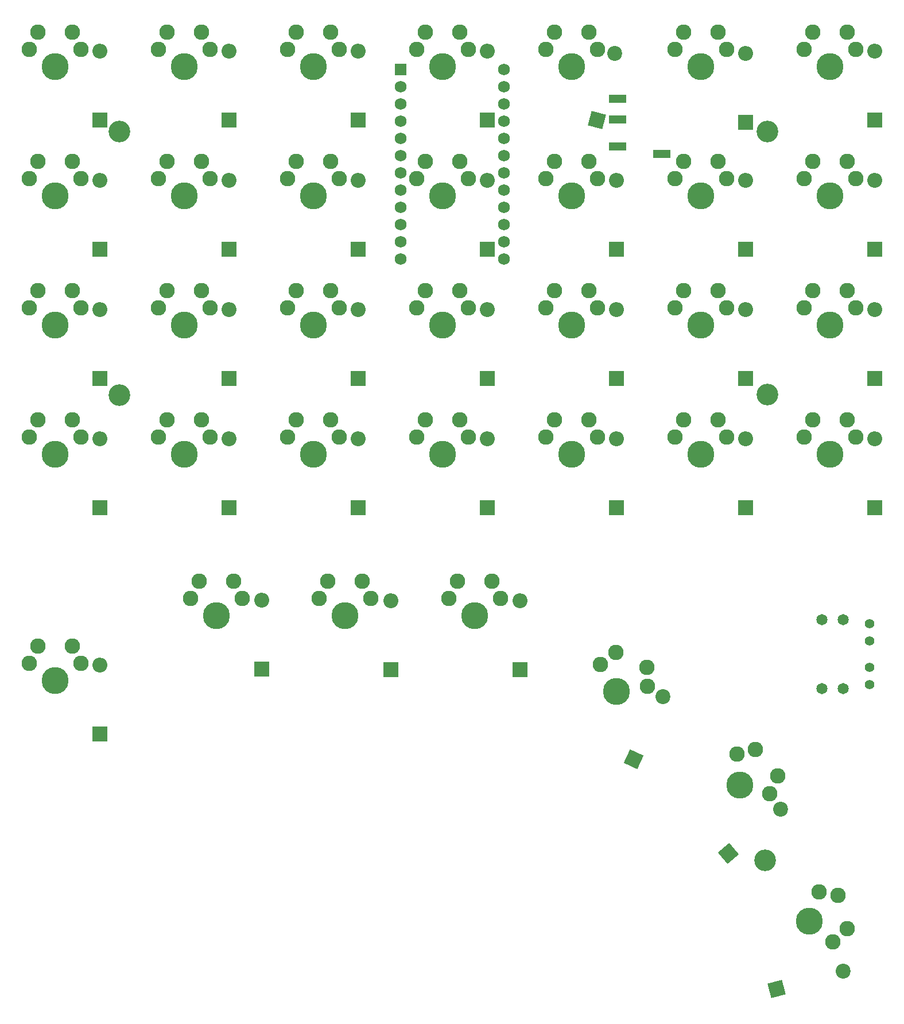
<source format=gbs>
%TF.GenerationSoftware,KiCad,Pcbnew,7.0.1*%
%TF.CreationDate,2023-04-06T15:27:56+10:00*%
%TF.ProjectId,genesys,67656e65-7379-4732-9e6b-696361645f70,rev?*%
%TF.SameCoordinates,Original*%
%TF.FileFunction,Soldermask,Bot*%
%TF.FilePolarity,Negative*%
%FSLAX46Y46*%
G04 Gerber Fmt 4.6, Leading zero omitted, Abs format (unit mm)*
G04 Created by KiCad (PCBNEW 7.0.1) date 2023-04-06 15:27:56*
%MOMM*%
%LPD*%
G01*
G04 APERTURE LIST*
G04 Aperture macros list*
%AMHorizOval*
0 Thick line with rounded ends*
0 $1 width*
0 $2 $3 position (X,Y) of the first rounded end (center of the circle)*
0 $4 $5 position (X,Y) of the second rounded end (center of the circle)*
0 Add line between two ends*
20,1,$1,$2,$3,$4,$5,0*
0 Add two circle primitives to create the rounded ends*
1,1,$1,$2,$3*
1,1,$1,$4,$5*%
%AMRotRect*
0 Rectangle, with rotation*
0 The origin of the aperture is its center*
0 $1 length*
0 $2 width*
0 $3 Rotation angle, in degrees counterclockwise*
0 Add horizontal line*
21,1,$1,$2,0,0,$3*%
G04 Aperture macros list end*
%ADD10C,1.651000*%
%ADD11C,1.400000*%
%ADD12R,2.500000X1.200000*%
%ADD13C,3.200000*%
%ADD14C,3.987800*%
%ADD15C,2.286000*%
%ADD16R,2.200000X2.200000*%
%ADD17O,2.200000X2.200000*%
%ADD18RotRect,2.200000X2.200000X40.000000*%
%ADD19HorizOval,2.200000X0.000000X0.000000X0.000000X0.000000X0*%
%ADD20R,1.752600X1.752600*%
%ADD21C,1.752600*%
%ADD22RotRect,2.200000X2.200000X65.000000*%
%ADD23HorizOval,2.200000X0.000000X0.000000X0.000000X0.000000X0*%
%ADD24RotRect,2.200000X2.200000X75.000000*%
%ADD25HorizOval,2.200000X0.000000X0.000000X0.000000X0.000000X0*%
%ADD26RotRect,2.200000X2.200000X15.000000*%
%ADD27HorizOval,2.200000X0.000000X0.000000X0.000000X0.000000X0*%
G04 APERTURE END LIST*
D10*
%TO.C,R2*%
X152500000Y-112540000D03*
X152500000Y-122700000D03*
%TD*%
%TO.C,R1*%
X155650000Y-112540000D03*
X155650000Y-122700000D03*
%TD*%
D11*
%TO.C,TP4*%
X159600000Y-119510000D03*
X159600000Y-122050000D03*
%TD*%
%TO.C,TP3*%
X159600000Y-115640000D03*
X159600000Y-113100000D03*
%TD*%
D12*
%TO.C,J2*%
X122405000Y-42735000D03*
X122405000Y-38735000D03*
X122405000Y-35735000D03*
X128905000Y-43835000D03*
%TD*%
D13*
%TO.C,H7*%
X144145000Y-147955000D03*
%TD*%
%TO.C,H5*%
X144500000Y-79300000D03*
%TD*%
%TO.C,H4*%
X144500000Y-40525000D03*
%TD*%
%TO.C,H2*%
X48895000Y-79375000D03*
%TD*%
%TO.C,H1*%
X48895000Y-40525000D03*
%TD*%
D14*
%TO.C,SW23*%
X58470000Y-88135000D03*
D15*
X54660000Y-85595000D03*
X55930000Y-83055000D03*
X61010000Y-83055000D03*
X62280000Y-85595000D03*
%TD*%
D16*
%TO.C,D3*%
X84160000Y-38875000D03*
D17*
X84160000Y-28715000D03*
%TD*%
D16*
%TO.C,D22*%
X46060000Y-96025000D03*
D17*
X46060000Y-85865000D03*
%TD*%
D16*
%TO.C,D28*%
X160360000Y-96025000D03*
D17*
X160360000Y-85865000D03*
%TD*%
D14*
%TO.C,SW4*%
X96570000Y-30985000D03*
D15*
X92760000Y-28445000D03*
X94030000Y-25905000D03*
X99110000Y-25905000D03*
X100380000Y-28445000D03*
%TD*%
D14*
%TO.C,SW18*%
X96570000Y-69085000D03*
D15*
X92760000Y-66545000D03*
X94030000Y-64005000D03*
X99110000Y-64005000D03*
X100380000Y-66545000D03*
%TD*%
D16*
%TO.C,D11*%
X103210000Y-57925000D03*
D17*
X103210000Y-47765000D03*
%TD*%
D14*
%TO.C,SW30*%
X63232500Y-111947500D03*
D15*
X59422500Y-109407500D03*
X60692500Y-106867500D03*
X65772500Y-106867500D03*
X67042500Y-109407500D03*
%TD*%
D14*
%TO.C,SW27*%
X134670000Y-88135000D03*
D15*
X130860000Y-85595000D03*
X132130000Y-83055000D03*
X137210000Y-83055000D03*
X138480000Y-85595000D03*
%TD*%
D14*
%TO.C,SW15*%
X39420000Y-69085000D03*
D15*
X35610000Y-66545000D03*
X36880000Y-64005000D03*
X41960000Y-64005000D03*
X43230000Y-66545000D03*
%TD*%
D16*
%TO.C,D17*%
X84160000Y-76975000D03*
D17*
X84160000Y-66815000D03*
%TD*%
D14*
%TO.C,SW32*%
X101332500Y-111947500D03*
D15*
X97522500Y-109407500D03*
X98792500Y-106867500D03*
X103872500Y-106867500D03*
X105142500Y-109407500D03*
%TD*%
D14*
%TO.C,SW9*%
X58470000Y-50035000D03*
D15*
X54660000Y-47495000D03*
X55930000Y-44955000D03*
X61010000Y-44955000D03*
X62280000Y-47495000D03*
%TD*%
D16*
%TO.C,D29*%
X46060000Y-129362500D03*
D17*
X46060000Y-119202500D03*
%TD*%
D16*
%TO.C,D20*%
X141310000Y-76975000D03*
D17*
X141310000Y-66815000D03*
%TD*%
D16*
%TO.C,D21*%
X160360000Y-76975000D03*
D17*
X160360000Y-66815000D03*
%TD*%
D16*
%TO.C,D18*%
X103210000Y-76975000D03*
D17*
X103210000Y-66815000D03*
%TD*%
D14*
%TO.C,SW10*%
X77520000Y-50035000D03*
D15*
X73710000Y-47495000D03*
X74980000Y-44955000D03*
X80060000Y-44955000D03*
X81330000Y-47495000D03*
%TD*%
D16*
%TO.C,D23*%
X65110000Y-96025000D03*
D17*
X65110000Y-85865000D03*
%TD*%
D14*
%TO.C,SW20*%
X134670000Y-69085000D03*
D15*
X130860000Y-66545000D03*
X132130000Y-64005000D03*
X137210000Y-64005000D03*
X138480000Y-66545000D03*
%TD*%
D14*
%TO.C,SW7*%
X153720000Y-30985000D03*
D15*
X149910000Y-28445000D03*
X151180000Y-25905000D03*
X156260000Y-25905000D03*
X157530000Y-28445000D03*
%TD*%
D14*
%TO.C,SW33*%
X122265226Y-123055221D03*
D15*
X119885644Y-119143024D03*
X122110105Y-117377727D03*
X126714149Y-119524628D03*
X126791709Y-122363375D03*
%TD*%
D16*
%TO.C,D6*%
X141300000Y-39196904D03*
D17*
X141300000Y-29036904D03*
%TD*%
D14*
%TO.C,SW28*%
X153720000Y-88135000D03*
D15*
X149910000Y-85595000D03*
X151180000Y-83055000D03*
X156260000Y-83055000D03*
X157530000Y-85595000D03*
%TD*%
D14*
%TO.C,SW24*%
X77520000Y-88135000D03*
D15*
X73710000Y-85595000D03*
X74980000Y-83055000D03*
X80060000Y-83055000D03*
X81330000Y-85595000D03*
%TD*%
D16*
%TO.C,D7*%
X160360000Y-38875000D03*
D17*
X160360000Y-28715000D03*
%TD*%
D16*
%TO.C,D32*%
X107972500Y-119837500D03*
D17*
X107972500Y-109677500D03*
%TD*%
D16*
%TO.C,D12*%
X122260000Y-57925000D03*
D17*
X122260000Y-47765000D03*
%TD*%
D14*
%TO.C,SW34*%
X140465226Y-136889051D03*
D15*
X139961958Y-132337741D03*
X142724051Y-131677937D03*
X145989412Y-135569443D03*
X144860000Y-138175000D03*
%TD*%
D14*
%TO.C,SW6*%
X134670000Y-30985000D03*
D15*
X130860000Y-28445000D03*
X132130000Y-25905000D03*
X137210000Y-25905000D03*
X138480000Y-28445000D03*
%TD*%
D18*
%TO.C,D34*%
X138693811Y-146991561D03*
D19*
X146476823Y-140460839D03*
%TD*%
D14*
%TO.C,SW26*%
X115620000Y-88135000D03*
D15*
X111810000Y-85595000D03*
X113080000Y-83055000D03*
X118160000Y-83055000D03*
X119430000Y-85595000D03*
%TD*%
D14*
%TO.C,SW22*%
X39420000Y-88135000D03*
D15*
X35610000Y-85595000D03*
X36880000Y-83055000D03*
X41960000Y-83055000D03*
X43230000Y-85595000D03*
%TD*%
D20*
%TO.C,U1*%
X90396400Y-31376750D03*
D21*
X90396400Y-33916750D03*
X90396400Y-36456750D03*
X90396400Y-38996750D03*
X90396400Y-41536750D03*
X90396400Y-44076750D03*
X90396400Y-46616750D03*
X90396400Y-49156750D03*
X90396400Y-51696750D03*
X90396400Y-54236750D03*
X90396400Y-56776750D03*
X90396400Y-59316750D03*
X105636400Y-59316750D03*
X105636400Y-56776750D03*
X105636400Y-54236750D03*
X105636400Y-51696750D03*
X105636400Y-49156750D03*
X105636400Y-46616750D03*
X105636400Y-44076750D03*
X105636400Y-41536750D03*
X105636400Y-38996750D03*
X105636400Y-36456750D03*
X105636400Y-33916750D03*
X105636400Y-31376750D03*
%TD*%
D14*
%TO.C,SW35*%
X150665226Y-156955221D03*
D15*
X152132577Y-152617643D03*
X154914729Y-153186969D03*
X156229530Y-158093872D03*
X154104778Y-159977998D03*
%TD*%
D16*
%TO.C,D26*%
X122260000Y-96025000D03*
D17*
X122260000Y-85865000D03*
%TD*%
D22*
%TO.C,D33*%
X124763174Y-133081540D03*
D23*
X129056976Y-123873453D03*
%TD*%
D14*
%TO.C,SW12*%
X115620000Y-50035000D03*
D15*
X111810000Y-47495000D03*
X113080000Y-44955000D03*
X118160000Y-44955000D03*
X119430000Y-47495000D03*
%TD*%
D24*
%TO.C,D5*%
X119380000Y-38875000D03*
D25*
X122009601Y-29061194D03*
%TD*%
D14*
%TO.C,SW2*%
X58470000Y-30985000D03*
D15*
X54660000Y-28445000D03*
X55930000Y-25905000D03*
X61010000Y-25905000D03*
X62280000Y-28445000D03*
%TD*%
D14*
%TO.C,SW13*%
X134670000Y-50035000D03*
D15*
X130860000Y-47495000D03*
X132130000Y-44955000D03*
X137210000Y-44955000D03*
X138480000Y-47495000D03*
%TD*%
D16*
%TO.C,D16*%
X65110000Y-76975000D03*
D17*
X65110000Y-66815000D03*
%TD*%
D16*
%TO.C,D13*%
X141310000Y-57925000D03*
D17*
X141310000Y-47765000D03*
%TD*%
D16*
%TO.C,D30*%
X69895000Y-119790000D03*
D17*
X69895000Y-109630000D03*
%TD*%
D14*
%TO.C,SW16*%
X58470000Y-69085000D03*
D15*
X54660000Y-66545000D03*
X55930000Y-64005000D03*
X61010000Y-64005000D03*
X62280000Y-66545000D03*
%TD*%
D14*
%TO.C,SW21*%
X153720000Y-69085000D03*
D15*
X149910000Y-66545000D03*
X151180000Y-64005000D03*
X156260000Y-64005000D03*
X157530000Y-66545000D03*
%TD*%
D14*
%TO.C,SW29*%
X39420000Y-121472500D03*
D15*
X35610000Y-118932500D03*
X36880000Y-116392500D03*
X41960000Y-116392500D03*
X43230000Y-118932500D03*
%TD*%
D14*
%TO.C,SW3*%
X77520000Y-30985000D03*
D15*
X73710000Y-28445000D03*
X74980000Y-25905000D03*
X80060000Y-25905000D03*
X81330000Y-28445000D03*
%TD*%
D16*
%TO.C,D10*%
X84160000Y-57925000D03*
D17*
X84160000Y-47765000D03*
%TD*%
D16*
%TO.C,D9*%
X65110000Y-57925000D03*
D17*
X65110000Y-47765000D03*
%TD*%
D14*
%TO.C,SW14*%
X153720000Y-50035000D03*
D15*
X149910000Y-47495000D03*
X151180000Y-44955000D03*
X156260000Y-44955000D03*
X157530000Y-47495000D03*
%TD*%
D16*
%TO.C,D4*%
X103210000Y-38875000D03*
D17*
X103210000Y-28715000D03*
%TD*%
D16*
%TO.C,D24*%
X84160000Y-96025000D03*
D17*
X84160000Y-85865000D03*
%TD*%
D16*
%TO.C,D31*%
X88922500Y-119837500D03*
D17*
X88922500Y-109677500D03*
%TD*%
D16*
%TO.C,D19*%
X122260000Y-76975000D03*
D17*
X122260000Y-66815000D03*
%TD*%
D14*
%TO.C,SW31*%
X82205000Y-111947500D03*
D15*
X78395000Y-109407500D03*
X79665000Y-106867500D03*
X84745000Y-106867500D03*
X86015000Y-109407500D03*
%TD*%
D16*
%TO.C,D15*%
X46060000Y-76975000D03*
D17*
X46060000Y-66815000D03*
%TD*%
D14*
%TO.C,SW5*%
X115620000Y-30985000D03*
D15*
X111810000Y-28445000D03*
X113080000Y-25905000D03*
X118160000Y-25905000D03*
X119430000Y-28445000D03*
%TD*%
D26*
%TO.C,D35*%
X145811194Y-166964601D03*
D27*
X155625000Y-164335000D03*
%TD*%
D16*
%TO.C,D8*%
X46060000Y-57925000D03*
D17*
X46060000Y-47765000D03*
%TD*%
D16*
%TO.C,D25*%
X103210000Y-96025000D03*
D17*
X103210000Y-85865000D03*
%TD*%
D14*
%TO.C,SW19*%
X115620000Y-69085000D03*
D15*
X111810000Y-66545000D03*
X113080000Y-64005000D03*
X118160000Y-64005000D03*
X119430000Y-66545000D03*
%TD*%
D14*
%TO.C,SW8*%
X39420000Y-50035000D03*
D15*
X35610000Y-47495000D03*
X36880000Y-44955000D03*
X41960000Y-44955000D03*
X43230000Y-47495000D03*
%TD*%
D14*
%TO.C,SW25*%
X96570000Y-88135000D03*
D15*
X92760000Y-85595000D03*
X94030000Y-83055000D03*
X99110000Y-83055000D03*
X100380000Y-85595000D03*
%TD*%
D14*
%TO.C,SW17*%
X77520000Y-69085000D03*
D15*
X73710000Y-66545000D03*
X74980000Y-64005000D03*
X80060000Y-64005000D03*
X81330000Y-66545000D03*
%TD*%
D16*
%TO.C,D2*%
X65110000Y-38875000D03*
D17*
X65110000Y-28715000D03*
%TD*%
D16*
%TO.C,D1*%
X46060000Y-38875000D03*
D17*
X46060000Y-28715000D03*
%TD*%
D16*
%TO.C,D14*%
X160360000Y-57925000D03*
D17*
X160360000Y-47765000D03*
%TD*%
D14*
%TO.C,SW1*%
X39420000Y-30985000D03*
D15*
X35610000Y-28445000D03*
X36880000Y-25905000D03*
X41960000Y-25905000D03*
X43230000Y-28445000D03*
%TD*%
D14*
%TO.C,SW11*%
X96570000Y-50035000D03*
D15*
X92760000Y-47495000D03*
X94030000Y-44955000D03*
X99110000Y-44955000D03*
X100380000Y-47495000D03*
%TD*%
D16*
%TO.C,D27*%
X141310000Y-96025000D03*
D17*
X141310000Y-85865000D03*
%TD*%
M02*

</source>
